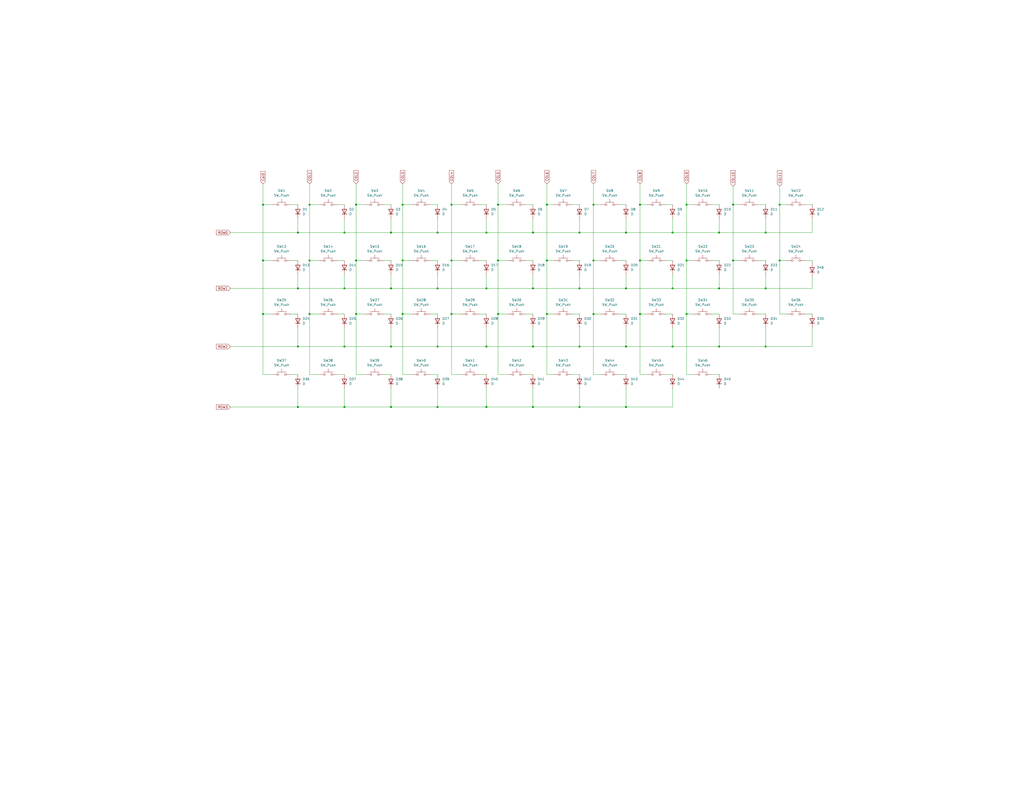
<source format=kicad_sch>
(kicad_sch (version 20250114) (generator "eeschema") (generator_version "9.0")
  (paper "C")
  (lib_symbols
    (symbol "Device:D" (pin_numbers (hide yes)) (pin_names (offset 1.016) (hide yes))
      (property "Reference" "D" (at 0 2.54 0))
      (property "Value" "D" (at 0 -2.54 0))
      (symbol "D_0_1"
        (polyline (pts (xy -1.27 1.27) (xy -1.27 -1.27)) (stroke (width 0.254)))
        (polyline (pts (xy 1.27 1.27) (xy 1.27 -1.27) (xy -1.27 0) (xy 1.27 1.27)) (stroke (width 0.254)))
        (polyline (pts (xy 1.27 0) (xy -1.27 0)))
      )
      (symbol "D_1_1"
        (pin passive line (at -3.81 0 0) (length 2.54) (name "K") (number "1"))
        (pin passive line (at 3.81 0 180) (length 2.54) (name "A") (number "2"))
      )
    )
    (symbol "Switch:SW_Push" (pin_numbers (hide yes)) (pin_names (offset 1.016) (hide yes))
      (property "Reference" "SW" (at 1.27 2.54 0))
      (property "Value" "SW_Push" (at 0 -1.524 0))
      (symbol "SW_Push_0_1"
        (circle (center -2.032 0) (radius 0.508))
        (polyline (pts (xy 0 1.27) (xy 0 3.048)))
        (circle (center 2.032 0) (radius 0.508))
        (polyline (pts (xy 2.54 1.27) (xy -2.54 1.27)))
        (pin passive line (at -5.08 0 0) (length 2.54) (name "1") (number "1"))
        (pin passive line (at 5.08 0 180) (length 2.54) (name "2") (number "2"))
      )
    )
  )
  (junction (at 349.25 111.76))
  (junction (at 238.76 222.25))
  (junction (at 162.56 222.25))
  (junction (at 298.45 111.76))
  (junction (at 246.38 111.76))
  (junction (at 162.56 127))
  (junction (at 238.76 127))
  (junction (at 271.78 171.45))
  (junction (at 238.76 189.23))
  (junction (at 417.83 189.23))
  (junction (at 162.56 189.23))
  (junction (at 213.36 189.23))
  (junction (at 316.23 127))
  (junction (at 417.83 157.48))
  (junction (at 143.51 142.24))
  (junction (at 341.63 189.23))
  (junction (at 187.96 189.23))
  (junction (at 323.85 111.76))
  (junction (at 290.83 189.23))
  (junction (at 219.71 111.76))
  (junction (at 213.36 222.25))
  (junction (at 246.38 171.45))
  (junction (at 367.03 189.23))
  (junction (at 194.31 111.76))
  (junction (at 213.36 127))
  (junction (at 349.25 171.45))
  (junction (at 265.43 127))
  (junction (at 143.51 171.45))
  (junction (at 219.71 171.45))
  (junction (at 341.63 157.48))
  (junction (at 194.31 142.24))
  (junction (at 417.83 127))
  (junction (at 400.05 142.24))
  (junction (at 219.71 142.24))
  (junction (at 392.43 127))
  (junction (at 316.23 157.48))
  (junction (at 168.91 171.45))
  (junction (at 341.63 222.25))
  (junction (at 298.45 142.24))
  (junction (at 265.43 157.48))
  (junction (at 271.78 111.76))
  (junction (at 290.83 222.25))
  (junction (at 187.96 222.25))
  (junction (at 143.51 111.76))
  (junction (at 392.43 157.48))
  (junction (at 238.76 157.48))
  (junction (at 187.96 127))
  (junction (at 341.63 127))
  (junction (at 290.83 157.48))
  (junction (at 374.65 142.24))
  (junction (at 392.43 189.23))
  (junction (at 271.78 142.24))
  (junction (at 168.91 142.24))
  (junction (at 213.36 157.48))
  (junction (at 162.56 157.48))
  (junction (at 298.45 171.45))
  (junction (at 265.43 189.23))
  (junction (at 187.96 157.48))
  (junction (at 290.83 127))
  (junction (at 323.85 142.24))
  (junction (at 425.45 111.76))
  (junction (at 265.43 222.25))
  (junction (at 367.03 157.48))
  (junction (at 374.65 171.45))
  (junction (at 194.31 171.45))
  (junction (at 374.65 111.76))
  (junction (at 246.38 142.24))
  (junction (at 168.91 111.76))
  (junction (at 425.45 142.24))
  (junction (at 367.03 127))
  (junction (at 316.23 222.25))
  (junction (at 316.23 189.23))
  (junction (at 349.25 142.24))
  (junction (at 323.85 171.45))
  (junction (at 400.05 111.76))
  (wire (pts (xy 378.46 204.47) (xy 374.65 204.47)))
  (wire (pts (xy 168.91 142.24) (xy 168.91 171.45)))
  (wire (pts (xy 287.02 111.76) (xy 290.83 111.76)))
  (wire (pts (xy 367.03 179.07) (xy 367.03 189.23)))
  (wire (pts (xy 316.23 189.23) (xy 290.83 189.23)))
  (wire (pts (xy 439.42 111.76) (xy 443.23 111.76)))
  (wire (pts (xy 425.45 111.76) (xy 425.45 101.6)))
  (wire (pts (xy 162.56 179.07) (xy 162.56 189.23)))
  (wire (pts (xy 162.56 119.38) (xy 162.56 127)))
  (wire (pts (xy 158.75 111.76) (xy 162.56 111.76)))
  (wire (pts (xy 414.02 171.45) (xy 417.83 171.45)))
  (wire (pts (xy 388.62 171.45) (xy 392.43 171.45)))
  (wire (pts (xy 341.63 179.07) (xy 341.63 189.23)))
  (wire (pts (xy 184.15 171.45) (xy 187.96 171.45)))
  (wire (pts (xy 168.91 171.45) (xy 173.99 171.45)))
  (wire (pts (xy 219.71 111.76) (xy 219.71 100.33)))
  (wire (pts (xy 443.23 189.23) (xy 417.83 189.23)))
  (wire (pts (xy 162.56 149.86) (xy 162.56 157.48)))
  (wire (pts (xy 271.78 171.45) (xy 271.78 142.24)))
  (wire (pts (xy 316.23 119.38) (xy 316.23 127)))
  (wire (pts (xy 323.85 171.45) (xy 323.85 142.24)))
  (wire (pts (xy 425.45 171.45) (xy 425.45 142.24)))
  (wire (pts (xy 363.22 204.47) (xy 367.03 204.47)))
  (wire (pts (xy 374.65 171.45) (xy 378.46 171.45)))
  (wire (pts (xy 265.43 222.25) (xy 238.76 222.25)))
  (wire (pts (xy 316.23 127) (xy 341.63 127)))
  (wire (pts (xy 261.62 142.24) (xy 265.43 142.24)))
  (wire (pts (xy 443.23 179.07) (xy 443.23 189.23)))
  (wire (pts (xy 341.63 212.09) (xy 341.63 222.25)))
  (wire (pts (xy 374.65 204.47) (xy 374.65 171.45)))
  (wire (pts (xy 290.83 189.23) (xy 265.43 189.23)))
  (wire (pts (xy 194.31 204.47) (xy 194.31 171.45)))
  (wire (pts (xy 327.66 204.47) (xy 323.85 204.47)))
  (wire (pts (xy 363.22 111.76) (xy 367.03 111.76)))
  (wire (pts (xy 392.43 127) (xy 417.83 127)))
  (wire (pts (xy 349.25 111.76) (xy 349.25 100.33)))
  (wire (pts (xy 219.71 171.45) (xy 224.79 171.45)))
  (wire (pts (xy 298.45 111.76) (xy 302.26 111.76)))
  (wire (pts (xy 400.05 111.76) (xy 400.05 101.6)))
  (wire (pts (xy 219.71 171.45) (xy 219.71 142.24)))
  (wire (pts (xy 337.82 204.47) (xy 341.63 204.47)))
  (wire (pts (xy 271.78 111.76) (xy 271.78 100.33)))
  (wire (pts (xy 323.85 111.76) (xy 323.85 100.33)))
  (wire (pts (xy 209.55 171.45) (xy 213.36 171.45)))
  (wire (pts (xy 125.73 127) (xy 162.56 127)))
  (wire (pts (xy 374.65 142.24) (xy 374.65 111.76)))
  (wire (pts (xy 213.36 189.23) (xy 187.96 189.23)))
  (wire (pts (xy 246.38 171.45) (xy 246.38 142.24)))
  (wire (pts (xy 290.83 119.38) (xy 290.83 127)))
  (wire (pts (xy 168.91 111.76) (xy 168.91 142.24)))
  (wire (pts (xy 162.56 127) (xy 187.96 127)))
  (wire (pts (xy 298.45 111.76) (xy 298.45 100.33)))
  (wire (pts (xy 143.51 204.47) (xy 148.59 204.47)))
  (wire (pts (xy 400.05 142.24) (xy 400.05 111.76)))
  (wire (pts (xy 349.25 142.24) (xy 349.25 111.76)))
  (wire (pts (xy 417.83 149.86) (xy 417.83 157.48)))
  (wire (pts (xy 316.23 149.86) (xy 316.23 157.48)))
  (wire (pts (xy 349.25 142.24) (xy 353.06 142.24)))
  (wire (pts (xy 234.95 111.76) (xy 238.76 111.76)))
  (wire (pts (xy 400.05 142.24) (xy 403.86 142.24)))
  (wire (pts (xy 143.51 100.33) (xy 143.51 111.76)))
  (wire (pts (xy 392.43 157.48) (xy 367.03 157.48)))
  (wire (pts (xy 439.42 171.45) (xy 443.23 171.45)))
  (wire (pts (xy 363.22 171.45) (xy 367.03 171.45)))
  (wire (pts (xy 143.51 171.45) (xy 143.51 204.47)))
  (wire (pts (xy 388.62 204.47) (xy 392.43 204.47)))
  (wire (pts (xy 213.36 179.07) (xy 213.36 189.23)))
  (wire (pts (xy 367.03 149.86) (xy 367.03 157.48)))
  (wire (pts (xy 417.83 189.23) (xy 392.43 189.23)))
  (wire (pts (xy 143.51 111.76) (xy 143.51 142.24)))
  (wire (pts (xy 234.95 142.24) (xy 238.76 142.24)))
  (wire (pts (xy 168.91 111.76) (xy 173.99 111.76)))
  (wire (pts (xy 168.91 142.24) (xy 173.99 142.24)))
  (wire (pts (xy 213.36 119.38) (xy 213.36 127)))
  (wire (pts (xy 271.78 171.45) (xy 276.86 171.45)))
  (wire (pts (xy 271.78 111.76) (xy 276.86 111.76)))
  (wire (pts (xy 158.75 204.47) (xy 162.56 204.47)))
  (wire (pts (xy 143.51 142.24) (xy 143.51 171.45)))
  (wire (pts (xy 194.31 111.76) (xy 199.39 111.76)))
  (wire (pts (xy 168.91 204.47) (xy 173.99 204.47)))
  (wire (pts (xy 388.62 111.76) (xy 392.43 111.76)))
  (wire (pts (xy 246.38 171.45) (xy 251.46 171.45)))
  (wire (pts (xy 323.85 142.24) (xy 327.66 142.24)))
  (wire (pts (xy 367.03 222.25) (xy 341.63 222.25)))
  (wire (pts (xy 187.96 157.48) (xy 162.56 157.48)))
  (wire (pts (xy 341.63 189.23) (xy 316.23 189.23)))
  (wire (pts (xy 417.83 127) (xy 443.23 127)))
  (wire (pts (xy 219.71 111.76) (xy 224.79 111.76)))
  (wire (pts (xy 265.43 157.48) (xy 238.76 157.48)))
  (wire (pts (xy 316.23 222.25) (xy 290.83 222.25)))
  (wire (pts (xy 298.45 204.47) (xy 298.45 171.45)))
  (wire (pts (xy 238.76 179.07) (xy 238.76 189.23)))
  (wire (pts (xy 194.31 142.24) (xy 199.39 142.24)))
  (wire (pts (xy 337.82 171.45) (xy 341.63 171.45)))
  (wire (pts (xy 374.65 111.76) (xy 378.46 111.76)))
  (wire (pts (xy 316.23 212.09) (xy 316.23 222.25)))
  (wire (pts (xy 238.76 127) (xy 265.43 127)))
  (wire (pts (xy 265.43 179.07) (xy 265.43 189.23)))
  (wire (pts (xy 251.46 204.47) (xy 246.38 204.47)))
  (wire (pts (xy 246.38 142.24) (xy 251.46 142.24)))
  (wire (pts (xy 374.65 142.24) (xy 378.46 142.24)))
  (wire (pts (xy 224.79 204.47) (xy 219.71 204.47)))
  (wire (pts (xy 337.82 142.24) (xy 341.63 142.24)))
  (wire (pts (xy 143.51 142.24) (xy 148.59 142.24)))
  (wire (pts (xy 199.39 204.47) (xy 194.31 204.47)))
  (wire (pts (xy 238.76 189.23) (xy 213.36 189.23)))
  (wire (pts (xy 287.02 171.45) (xy 290.83 171.45)))
  (wire (pts (xy 403.86 171.45) (xy 400.05 171.45)))
  (wire (pts (xy 143.51 171.45) (xy 148.59 171.45)))
  (wire (pts (xy 187.96 149.86) (xy 187.96 157.48)))
  (wire (pts (xy 234.95 204.47) (xy 238.76 204.47)))
  (wire (pts (xy 290.83 212.09) (xy 290.83 222.25)))
  (wire (pts (xy 158.75 142.24) (xy 162.56 142.24)))
  (wire (pts (xy 213.36 212.09) (xy 213.36 222.25)))
  (wire (pts (xy 374.65 111.76) (xy 374.65 100.33)))
  (wire (pts (xy 213.36 157.48) (xy 187.96 157.48)))
  (wire (pts (xy 417.83 179.07) (xy 417.83 189.23)))
  (wire (pts (xy 417.83 119.38) (xy 417.83 127)))
  (wire (pts (xy 238.76 149.86) (xy 238.76 157.48)))
  (wire (pts (xy 162.56 157.48) (xy 125.73 157.48)))
  (wire (pts (xy 265.43 119.38) (xy 265.43 127)))
  (wire (pts (xy 271.78 142.24) (xy 276.86 142.24)))
  (wire (pts (xy 290.83 157.48) (xy 265.43 157.48)))
  (wire (pts (xy 439.42 142.24) (xy 443.23 142.24)))
  (wire (pts (xy 323.85 204.47) (xy 323.85 171.45)))
  (wire (pts (xy 246.38 111.76) (xy 251.46 111.76)))
  (wire (pts (xy 213.36 149.86) (xy 213.36 157.48)))
  (wire (pts (xy 219.71 142.24) (xy 219.71 111.76)))
  (wire (pts (xy 298.45 171.45) (xy 302.26 171.45)))
  (wire (pts (xy 349.25 171.45) (xy 353.06 171.45)))
  (wire (pts (xy 341.63 222.25) (xy 316.23 222.25)))
  (wire (pts (xy 158.75 171.45) (xy 162.56 171.45)))
  (wire (pts (xy 367.03 212.09) (xy 367.03 222.25)))
  (wire (pts (xy 184.15 111.76) (xy 187.96 111.76)))
  (wire (pts (xy 238.76 119.38) (xy 238.76 127)))
  (wire (pts (xy 168.91 171.45) (xy 168.91 204.47)))
  (wire (pts (xy 400.05 171.45) (xy 400.05 142.24)))
  (wire (pts (xy 392.43 149.86) (xy 392.43 157.48)))
  (wire (pts (xy 209.55 204.47) (xy 213.36 204.47)))
  (wire (pts (xy 265.43 212.09) (xy 265.43 222.25)))
  (wire (pts (xy 194.31 111.76) (xy 194.31 100.33)))
  (wire (pts (xy 271.78 142.24) (xy 271.78 111.76)))
  (wire (pts (xy 265.43 189.23) (xy 238.76 189.23)))
  (wire (pts (xy 425.45 111.76) (xy 429.26 111.76)))
  (wire (pts (xy 162.56 189.23) (xy 125.73 189.23)))
  (wire (pts (xy 213.36 222.25) (xy 187.96 222.25)))
  (wire (pts (xy 238.76 157.48) (xy 213.36 157.48)))
  (wire (pts (xy 187.96 127) (xy 213.36 127)))
  (wire (pts (xy 312.42 171.45) (xy 316.23 171.45)))
  (wire (pts (xy 443.23 142.24) (xy 443.23 143.51)))
  (wire (pts (xy 349.25 111.76) (xy 353.06 111.76)))
  (wire (pts (xy 213.36 127) (xy 238.76 127)))
  (wire (pts (xy 184.15 142.24) (xy 187.96 142.24)))
  (wire (pts (xy 341.63 127) (xy 367.03 127)))
  (wire (pts (xy 187.96 222.25) (xy 162.56 222.25)))
  (wire (pts (xy 276.86 204.47) (xy 271.78 204.47)))
  (wire (pts (xy 265.43 149.86) (xy 265.43 157.48)))
  (wire (pts (xy 323.85 111.76) (xy 327.66 111.76)))
  (wire (pts (xy 349.25 171.45) (xy 349.25 142.24)))
  (wire (pts (xy 392.43 179.07) (xy 392.43 189.23)))
  (wire (pts (xy 184.15 204.47) (xy 187.96 204.47)))
  (wire (pts (xy 400.05 111.76) (xy 403.86 111.76)))
  (wire (pts (xy 194.31 142.24) (xy 194.31 111.76)))
  (wire (pts (xy 316.23 157.48) (xy 290.83 157.48)))
  (wire (pts (xy 414.02 142.24) (xy 417.83 142.24)))
  (wire (pts (xy 246.38 142.24) (xy 246.38 111.76)))
  (wire (pts (xy 341.63 119.38) (xy 341.63 127)))
  (wire (pts (xy 417.83 157.48) (xy 392.43 157.48)))
  (wire (pts (xy 392.43 119.38) (xy 392.43 127)))
  (wire (pts (xy 238.76 212.09) (xy 238.76 222.25)))
  (wire (pts (xy 392.43 189.23) (xy 367.03 189.23)))
  (wire (pts (xy 367.03 119.38) (xy 367.03 127)))
  (wire (pts (xy 337.82 111.76) (xy 341.63 111.76)))
  (wire (pts (xy 187.96 212.09) (xy 187.96 222.25)))
  (wire (pts (xy 312.42 142.24) (xy 316.23 142.24)))
  (wire (pts (xy 290.83 179.07) (xy 290.83 189.23)))
  (wire (pts (xy 261.62 111.76) (xy 265.43 111.76)))
  (wire (pts (xy 367.03 127) (xy 392.43 127)))
  (wire (pts (xy 388.62 142.24) (xy 392.43 142.24)))
  (wire (pts (xy 290.83 127) (xy 316.23 127)))
  (wire (pts (xy 323.85 171.45) (xy 327.66 171.45)))
  (wire (pts (xy 312.42 111.76) (xy 316.23 111.76)))
  (wire (pts (xy 143.51 111.76) (xy 148.59 111.76)))
  (wire (pts (xy 261.62 204.47) (xy 265.43 204.47)))
  (wire (pts (xy 187.96 179.07) (xy 187.96 189.23)))
  (wire (pts (xy 443.23 157.48) (xy 417.83 157.48)))
  (wire (pts (xy 209.55 142.24) (xy 213.36 142.24)))
  (wire (pts (xy 349.25 204.47) (xy 349.25 171.45)))
  (wire (pts (xy 429.26 171.45) (xy 425.45 171.45)))
  (wire (pts (xy 341.63 149.86) (xy 341.63 157.48)))
  (wire (pts (xy 290.83 149.86) (xy 290.83 157.48)))
  (wire (pts (xy 341.63 157.48) (xy 316.23 157.48)))
  (wire (pts (xy 194.31 171.45) (xy 194.31 142.24)))
  (wire (pts (xy 367.03 157.48) (xy 341.63 157.48)))
  (wire (pts (xy 425.45 142.24) (xy 425.45 111.76)))
  (wire (pts (xy 246.38 204.47) (xy 246.38 171.45)))
  (wire (pts (xy 271.78 204.47) (xy 271.78 171.45)))
  (wire (pts (xy 162.56 222.25) (xy 125.73 222.25)))
  (wire (pts (xy 298.45 142.24) (xy 302.26 142.24)))
  (wire (pts (xy 443.23 119.38) (xy 443.23 127)))
  (wire (pts (xy 261.62 171.45) (xy 265.43 171.45)))
  (wire (pts (xy 187.96 189.23) (xy 162.56 189.23)))
  (wire (pts (xy 234.95 171.45) (xy 238.76 171.45)))
  (wire (pts (xy 287.02 204.47) (xy 290.83 204.47)))
  (wire (pts (xy 298.45 142.24) (xy 298.45 111.76)))
  (wire (pts (xy 290.83 222.25) (xy 265.43 222.25)))
  (wire (pts (xy 443.23 151.13) (xy 443.23 157.48)))
  (wire (pts (xy 363.22 142.24) (xy 367.03 142.24)))
  (wire (pts (xy 209.55 111.76) (xy 213.36 111.76)))
  (wire (pts (xy 367.03 189.23) (xy 341.63 189.23)))
  (wire (pts (xy 323.85 142.24) (xy 323.85 111.76)))
  (wire (pts (xy 238.76 222.25) (xy 213.36 222.25)))
  (wire (pts (xy 316.23 179.07) (xy 316.23 189.23)))
  (wire (pts (xy 168.91 100.33) (xy 168.91 111.76)))
  (wire (pts (xy 425.45 142.24) (xy 429.26 142.24)))
  (wire (pts (xy 302.26 204.47) (xy 298.45 204.47)))
  (wire (pts (xy 265.43 127) (xy 290.83 127)))
  (wire (pts (xy 219.71 142.24) (xy 224.79 142.24)))
  (wire (pts (xy 414.02 111.76) (xy 417.83 111.76)))
  (wire (pts (xy 187.96 119.38) (xy 187.96 127)))
  (wire (pts (xy 287.02 142.24) (xy 290.83 142.24)))
  (wire (pts (xy 219.71 204.47) (xy 219.71 171.45)))
  (wire (pts (xy 162.56 212.09) (xy 162.56 222.25)))
  (wire (pts (xy 298.45 171.45) (xy 298.45 142.24)))
  (wire (pts (xy 312.42 204.47) (xy 316.23 204.47)))
  (wire (pts (xy 353.06 204.47) (xy 349.25 204.47)))
  (wire (pts (xy 374.65 171.45) (xy 374.65 142.24)))
  (wire (pts (xy 246.38 111.76) (xy 246.38 100.33)))
  (wire (pts (xy 194.31 171.45) (xy 199.39 171.45)))
  (global_label "COL3" (shape input) (at 219.71 100.33 90) (property "Intersheetrefs" "${INTERSHEET_REFS}" (effects (hide yes))))
  (global_label "ROW2" (shape input) (at 125.73 189.23 180) (property "Intersheetrefs" "${INTERSHEET_REFS}" (effects (hide yes))))
  (global_label "COL5" (shape input) (at 271.78 100.33 90) (property "Intersheetrefs" "${INTERSHEET_REFS}" (effects (hide yes))))
  (global_label "COL6" (shape input) (at 298.45 100.33 90) (property "Intersheetrefs" "${INTERSHEET_REFS}" (effects (hide yes))))
  (global_label "COL8" (shape input) (at 349.25 100.33 90) (property "Intersheetrefs" "${INTERSHEET_REFS}" (effects (hide yes))))
  (global_label "COL4" (shape input) (at 246.38 100.33 90) (property "Intersheetrefs" "${INTERSHEET_REFS}" (effects (hide yes))))
  (global_label "COL1" (shape input) (at 168.91 100.33 90) (property "Intersheetrefs" "${INTERSHEET_REFS}" (effects (hide yes))))
  (global_label "ROW0" (shape input) (at 125.73 127 180) (property "Intersheetrefs" "${INTERSHEET_REFS}" (effects (hide yes))))
  (global_label "ROW1" (shape input) (at 125.73 157.48 180) (property "Intersheetrefs" "${INTERSHEET_REFS}" (effects (hide yes))))
  (global_label "COL2" (shape input) (at 194.31 100.33 90) (property "Intersheetrefs" "${INTERSHEET_REFS}" (effects (hide yes))))
  (global_label "COL11" (shape input) (at 425.45 101.6 90) (property "Intersheetrefs" "${INTERSHEET_REFS}" (effects (hide yes))))
  (global_label "ROW3" (shape input) (at 125.73 222.25 180) (property "Intersheetrefs" "${INTERSHEET_REFS}" (effects (hide yes))))
  (global_label "COL9" (shape input) (at 374.65 100.33 90) (property "Intersheetrefs" "${INTERSHEET_REFS}" (effects (hide yes))))
  (global_label "COL10" (shape input) (at 400.05 101.6 90) (property "Intersheetrefs" "${INTERSHEET_REFS}" (effects (hide yes))))
  (global_label "Col0" (shape input) (at 143.51 100.33 90) (property "Intersheetrefs" "${INTERSHEET_REFS}" (effects (hide yes))))
  (global_label "COL7" (shape input) (at 323.85 100.33 90) (property "Intersheetrefs" "${INTERSHEET_REFS}" (effects (hide yes))))
  (symbol (lib_id "Device:D") (at 213.36 175.26 90) (unit 1)
    (property "Reference" "D26" (at 215.9 173.9899 90) (effects (justify right)))
    (property "Value" "D" (at 215.9 176.5299 90) (effects (justify right)))
    (property "Footprint" "Diode_SMD:D_0201_0603Metric" (effects (hide yes)))
    (property "Description" "Diode" (effects (hide yes)))
    (property "Sim.Device" "D" (effects (hide yes)))
    (property "Sim.Pins" "1=K 2=A" (effects (hide yes)))
  )
  (symbol (lib_id "Switch:SW_Push") (at 281.94 111.76 0) (unit 1)
    (property "Reference" "SW6" (at 281.94 104.14 0))
    (property "Value" "SW_Push" (at 281.94 106.68 0))
    (property "Footprint" "MX_Solderable:MX-Solderable-1U" (effects (hide yes)))
    (property "Description" "Push button switch, generic, two pins" (effects (hide yes)))
  )
  (symbol (lib_id "Device:D") (at 367.03 175.26 90) (unit 1)
    (property "Reference" "D32" (at 369.57 173.9899 90) (effects (justify right)))
    (property "Value" "D" (at 369.57 176.5299 90) (effects (justify right)))
    (property "Footprint" "Diode_SMD:D_0201_0603Metric" (effects (hide yes)))
    (property "Description" "Diode" (effects (hide yes)))
    (property "Sim.Device" "D" (effects (hide yes)))
    (property "Sim.Pins" "1=K 2=A" (effects (hide yes)))
  )
  (symbol (lib_id "Switch:SW_Push") (at 179.07 142.24 0) (unit 1)
    (property "Reference" "SW14" (at 179.07 134.62 0))
    (property "Value" "SW_Push" (at 179.07 137.16 0))
    (property "Footprint" "MX_Solderable:MX-Solderable-1U" (effects (hide yes)))
    (property "Description" "Push button switch, generic, two pins" (effects (hide yes)))
  )
  (symbol (lib_id "Device:D") (at 162.56 175.26 90) (unit 1)
    (property "Reference" "D24" (at 165.1 173.9899 90) (effects (justify right)))
    (property "Value" "D" (at 165.1 176.5299 90) (effects (justify right)))
    (property "Footprint" "Diode_SMD:D_0201_0603Metric" (effects (hide yes)))
    (property "Description" "Diode" (effects (hide yes)))
    (property "Sim.Device" "D" (effects (hide yes)))
    (property "Sim.Pins" "1=K 2=A" (effects (hide yes)))
  )
  (symbol (lib_id "Device:D") (at 265.43 175.26 90) (unit 1)
    (property "Reference" "D28" (at 267.97 173.9899 90) (effects (justify right)))
    (property "Value" "D" (at 267.97 176.5299 90) (effects (justify right)))
    (property "Footprint" "Diode_SMD:D_0201_0603Metric" (effects (hide yes)))
    (property "Description" "Diode" (effects (hide yes)))
    (property "Sim.Device" "D" (effects (hide yes)))
    (property "Sim.Pins" "1=K 2=A" (effects (hide yes)))
  )
  (symbol (lib_id "Device:D") (at 392.43 208.28 90) (unit 1)
    (property "Reference" "D45" (at 394.97 207.0099 90) (effects (justify right)))
    (property "Value" "D" (at 394.97 209.5499 90) (effects (justify right)))
    (property "Footprint" "Diode_SMD:D_0201_0603Metric" (effects (hide yes)))
    (property "Description" "Diode" (effects (hide yes)))
    (property "Sim.Device" "D" (effects (hide yes)))
    (property "Sim.Pins" "1=K 2=A" (effects (hide yes)))
  )
  (symbol (lib_id "Switch:SW_Push") (at 408.94 171.45 0) (unit 1)
    (property "Reference" "SW35" (at 408.94 163.83 0))
    (property "Value" "SW_Push" (at 408.94 166.37 0))
    (property "Footprint" "MX_Solderable:MX-Solderable-1U" (effects (hide yes)))
    (property "Description" "Push button switch, generic, two pins" (effects (hide yes)))
  )
  (symbol (lib_id "Device:D") (at 238.76 146.05 90) (unit 1)
    (property "Reference" "D16" (at 241.3 144.7799 90) (effects (justify right)))
    (property "Value" "D" (at 241.3 147.3199 90) (effects (justify right)))
    (property "Footprint" "Diode_SMD:D_0201_0603Metric" (effects (hide yes)))
    (property "Description" "Diode" (effects (hide yes)))
    (property "Sim.Device" "D" (effects (hide yes)))
    (property "Sim.Pins" "1=K 2=A" (effects (hide yes)))
  )
  (symbol (lib_id "Switch:SW_Push") (at 281.94 171.45 0) (unit 1)
    (property "Reference" "SW30" (at 281.94 163.83 0))
    (property "Value" "SW_Push" (at 281.94 166.37 0))
    (property "Footprint" "MX_Solderable:MX-Solderable-1U" (effects (hide yes)))
    (property "Description" "Push button switch, generic, two pins" (effects (hide yes)))
  )
  (symbol (lib_id "Device:D") (at 316.23 208.28 90) (unit 1)
    (property "Reference" "D42" (at 318.77 207.0099 90) (effects (justify right)))
    (property "Value" "D" (at 318.77 209.5499 90) (effects (justify right)))
    (property "Footprint" "Diode_SMD:D_0201_0603Metric" (effects (hide yes)))
    (property "Description" "Diode" (effects (hide yes)))
    (property "Sim.Device" "D" (effects (hide yes)))
    (property "Sim.Pins" "1=K 2=A" (effects (hide yes)))
  )
  (symbol (lib_id "Device:D") (at 187.96 175.26 90) (unit 1)
    (property "Reference" "D25" (at 190.5 173.9899 90) (effects (justify right)))
    (property "Value" "D" (at 190.5 176.5299 90) (effects (justify right)))
    (property "Footprint" "Diode_SMD:D_0201_0603Metric" (effects (hide yes)))
    (property "Description" "Diode" (effects (hide yes)))
    (property "Sim.Device" "D" (effects (hide yes)))
    (property "Sim.Pins" "1=K 2=A" (effects (hide yes)))
  )
  (symbol (lib_id "Device:D") (at 392.43 175.26 90) (unit 1)
    (property "Reference" "D33" (at 394.97 173.9899 90) (effects (justify right)))
    (property "Value" "D" (at 394.97 176.5299 90) (effects (justify right)))
    (property "Footprint" "Diode_SMD:D_0201_0603Metric" (effects (hide yes)))
    (property "Description" "Diode" (effects (hide yes)))
    (property "Sim.Device" "D" (effects (hide yes)))
    (property "Sim.Pins" "1=K 2=A" (effects (hide yes)))
  )
  (symbol (lib_id "Switch:SW_Push") (at 332.74 204.47 0) (unit 1)
    (property "Reference" "SW44" (at 332.74 196.85 0))
    (property "Value" "SW_Push" (at 332.74 199.39 0))
    (property "Footprint" "MX_Solderable:MX-Solderable-1U" (effects (hide yes)))
    (property "Description" "Push button switch, generic, two pins" (effects (hide yes)))
  )
  (symbol (lib_id "Switch:SW_Push") (at 281.94 142.24 0) (unit 1)
    (property "Reference" "SW18" (at 281.94 134.62 0))
    (property "Value" "SW_Push" (at 281.94 137.16 0))
    (property "Footprint" "MX_Solderable:MX-Solderable-1U" (effects (hide yes)))
    (property "Description" "Push button switch, generic, two pins" (effects (hide yes)))
  )
  (symbol (lib_id "Device:D") (at 417.83 146.05 90) (unit 1)
    (property "Reference" "D23" (at 420.37 144.7799 90) (effects (justify right)))
    (property "Value" "D" (at 420.37 147.3199 90) (effects (justify right)))
    (property "Footprint" "Diode_SMD:D_0201_0603Metric" (effects (hide yes)))
    (property "Description" "Diode" (effects (hide yes)))
    (property "Sim.Device" "D" (effects (hide yes)))
    (property "Sim.Pins" "1=K 2=A" (effects (hide yes)))
  )
  (symbol (lib_id "Device:D") (at 213.36 115.57 90) (unit 1)
    (property "Reference" "D3" (at 215.9 114.2999 90) (effects (justify right)))
    (property "Value" "D" (at 215.9 116.8399 90) (effects (justify right)))
    (property "Footprint" "Diode_SMD:D_0201_0603Metric" (effects (hide yes)))
    (property "Description" "Diode" (effects (hide yes)))
    (property "Sim.Device" "D" (effects (hide yes)))
    (property "Sim.Pins" "1=K 2=A" (effects (hide yes)))
  )
  (symbol (lib_id "Device:D") (at 265.43 208.28 90) (unit 1)
    (property "Reference" "D40" (at 267.97 207.0099 90) (effects (justify right)))
    (property "Value" "D" (at 267.97 209.5499 90) (effects (justify right)))
    (property "Footprint" "Diode_SMD:D_0201_0603Metric" (effects (hide yes)))
    (property "Description" "Diode" (effects (hide yes)))
    (property "Sim.Device" "D" (effects (hide yes)))
    (property "Sim.Pins" "1=K 2=A" (effects (hide yes)))
  )
  (symbol (lib_id "Device:D") (at 341.63 175.26 90) (unit 1)
    (property "Reference" "D31" (at 344.17 173.9899 90) (effects (justify right)))
    (property "Value" "D" (at 344.17 176.5299 90) (effects (justify right)))
    (property "Footprint" "Diode_SMD:D_0201_0603Metric" (effects (hide yes)))
    (property "Description" "Diode" (effects (hide yes)))
    (property "Sim.Device" "D" (effects (hide yes)))
    (property "Sim.Pins" "1=K 2=A" (effects (hide yes)))
  )
  (symbol (lib_id "Switch:SW_Push") (at 307.34 171.45 0) (unit 1)
    (property "Reference" "SW31" (at 307.34 163.83 0))
    (property "Value" "SW_Push" (at 307.34 166.37 0))
    (property "Footprint" "MX_Solderable:MX-Solderable-1U" (effects (hide yes)))
    (property "Description" "Push button switch, generic, two pins" (effects (hide yes)))
  )
  (symbol (lib_id "Device:D") (at 290.83 146.05 90) (unit 1)
    (property "Reference" "D18" (at 293.37 144.7799 90) (effects (justify right)))
    (property "Value" "D" (at 293.37 147.3199 90) (effects (justify right)))
    (property "Footprint" "Diode_SMD:D_0201_0603Metric" (effects (hide yes)))
    (property "Description" "Diode" (effects (hide yes)))
    (property "Sim.Device" "D" (effects (hide yes)))
    (property "Sim.Pins" "1=K 2=A" (effects (hide yes)))
  )
  (symbol (lib_id "Device:D") (at 316.23 175.26 90) (unit 1)
    (property "Reference" "D30" (at 318.77 173.9899 90) (effects (justify right)))
    (property "Value" "D" (at 318.77 176.5299 90) (effects (justify right)))
    (property "Footprint" "Diode_SMD:D_0201_0603Metric" (effects (hide yes)))
    (property "Description" "Diode" (effects (hide yes)))
    (property "Sim.Device" "D" (effects (hide yes)))
    (property "Sim.Pins" "1=K 2=A" (effects (hide yes)))
  )
  (symbol (lib_id "Switch:SW_Push") (at 229.87 142.24 0) (unit 1)
    (property "Reference" "SW16" (at 229.87 134.62 0))
    (property "Value" "SW_Push" (at 229.87 137.16 0))
    (property "Footprint" "MX_Solderable:MX-Solderable-1U" (effects (hide yes)))
    (property "Description" "Push button switch, generic, two pins" (effects (hide yes)))
  )
  (symbol (lib_id "Device:D") (at 187.96 115.57 90) (unit 1)
    (property "Reference" "D2" (at 190.5 114.2999 90) (effects (justify right)))
    (property "Value" "D" (at 190.5 116.8399 90) (effects (justify right)))
    (property "Footprint" "Diode_SMD:D_0201_0603Metric" (effects (hide yes)))
    (property "Description" "Diode" (effects (hide yes)))
    (property "Sim.Device" "D" (effects (hide yes)))
    (property "Sim.Pins" "1=K 2=A" (effects (hide yes)))
  )
  (symbol (lib_id "Switch:SW_Push") (at 204.47 171.45 0) (unit 1)
    (property "Reference" "SW27" (at 204.47 163.83 0))
    (property "Value" "SW_Push" (at 204.47 166.37 0))
    (property "Footprint" "MX_Solderable:MX-Solderable-1U" (effects (hide yes)))
    (property "Description" "Push button switch, generic, two pins" (effects (hide yes)))
  )
  (symbol (lib_id "Switch:SW_Push") (at 358.14 204.47 0) (unit 1)
    (property "Reference" "SW45" (at 358.14 196.85 0))
    (property "Value" "SW_Push" (at 358.14 199.39 0))
    (property "Footprint" "MX_Solderable:MX-Solderable-1U" (effects (hide yes)))
    (property "Description" "Push button switch, generic, two pins" (effects (hide yes)))
  )
  (symbol (lib_id "Switch:SW_Push") (at 179.07 111.76 0) (unit 1)
    (property "Reference" "SW2" (at 179.07 104.14 0))
    (property "Value" "SW_Push" (at 179.07 106.68 0))
    (property "Footprint" "MX_Solderable:MX-Solderable-1U" (effects (hide yes)))
    (property "Description" "Push button switch, generic, two pins" (effects (hide yes)))
  )
  (symbol (lib_id "Switch:SW_Push") (at 204.47 111.76 0) (unit 1)
    (property "Reference" "SW3" (at 204.47 104.14 0))
    (property "Value" "SW_Push" (at 204.47 106.68 0))
    (property "Footprint" "MX_Solderable:MX-Solderable-1U" (effects (hide yes)))
    (property "Description" "Push button switch, generic, two pins" (effects (hide yes)))
  )
  (symbol (lib_id "Device:D") (at 265.43 146.05 90) (unit 1)
    (property "Reference" "D17" (at 267.97 144.7799 90) (effects (justify right)))
    (property "Value" "D" (at 267.97 147.3199 90) (effects (justify right)))
    (property "Footprint" "Diode_SMD:D_0201_0603Metric" (effects (hide yes)))
    (property "Description" "Diode" (effects (hide yes)))
    (property "Sim.Device" "D" (effects (hide yes)))
    (property "Sim.Pins" "1=K 2=A" (effects (hide yes)))
  )
  (symbol (lib_id "Device:D") (at 290.83 175.26 90) (unit 1)
    (property "Reference" "D29" (at 293.37 173.9899 90) (effects (justify right)))
    (property "Value" "D" (at 293.37 176.5299 90) (effects (justify right)))
    (property "Footprint" "Diode_SMD:D_0201_0603Metric" (effects (hide yes)))
    (property "Description" "Diode" (effects (hide yes)))
    (property "Sim.Device" "D" (effects (hide yes)))
    (property "Sim.Pins" "1=K 2=A" (effects (hide yes)))
  )
  (symbol (lib_id "Device:D") (at 341.63 115.57 90) (unit 1)
    (property "Reference" "D8" (at 344.17 114.2999 90) (effects (justify right)))
    (property "Value" "D" (at 344.17 116.8399 90) (effects (justify right)))
    (property "Footprint" "Diode_SMD:D_0201_0603Metric" (effects (hide yes)))
    (property "Description" "Diode" (effects (hide yes)))
    (property "Sim.Device" "D" (effects (hide yes)))
    (property "Sim.Pins" "1=K 2=A" (effects (hide yes)))
  )
  (symbol (lib_id "Switch:SW_Push") (at 153.67 111.76 0) (unit 1)
    (property "Reference" "SW1" (at 153.67 104.14 0))
    (property "Value" "SW_Push" (at 153.67 106.68 0))
    (property "Footprint" "MX_Solderable:MX-Solderable-1.5U" (effects (hide yes)))
    (property "Description" "Push button switch, generic, two pins" (effects (hide yes)))
  )
  (symbol (lib_id "Device:D") (at 316.23 146.05 90) (unit 1)
    (property "Reference" "D19" (at 318.77 144.7799 90) (effects (justify right)))
    (property "Value" "D" (at 318.77 147.3199 90) (effects (justify right)))
    (property "Footprint" "Diode_SMD:D_0201_0603Metric" (effects (hide yes)))
    (property "Description" "Diode" (effects (hide yes)))
    (property "Sim.Device" "D" (effects (hide yes)))
    (property "Sim.Pins" "1=K 2=A" (effects (hide yes)))
  )
  (symbol (lib_id "Device:D") (at 238.76 175.26 90) (unit 1)
    (property "Reference" "D27" (at 241.3 173.9899 90) (effects (justify right)))
    (property "Value" "D" (at 241.3 176.5299 90) (effects (justify right)))
    (property "Footprint" "Diode_SMD:D_0201_0603Metric" (effects (hide yes)))
    (property "Description" "Diode" (effects (hide yes)))
    (property "Sim.Device" "D" (effects (hide yes)))
    (property "Sim.Pins" "1=K 2=A" (effects (hide yes)))
  )
  (symbol (lib_id "Switch:SW_Push") (at 358.14 171.45 0) (unit 1)
    (property "Reference" "SW33" (at 358.14 163.83 0))
    (property "Value" "SW_Push" (at 358.14 166.37 0))
    (property "Footprint" "MX_Solderable:MX-Solderable-1U" (effects (hide yes)))
    (property "Description" "Push button switch, generic, two pins" (effects (hide yes)))
  )
  (symbol (lib_id "Switch:SW_Push") (at 204.47 204.47 0) (unit 1)
    (property "Reference" "SW39" (at 204.47 196.85 0))
    (property "Value" "SW_Push" (at 204.47 199.39 0))
    (property "Footprint" "MX_Solderable:MX-Solderable-1.25U" (effects (hide yes)))
    (property "Description" "Push button switch, generic, two pins" (effects (hide yes)))
  )
  (symbol (lib_id "Switch:SW_Push") (at 307.34 204.47 0) (unit 1)
    (property "Reference" "SW43" (at 307.34 196.85 0))
    (property "Value" "SW_Push" (at 307.34 199.39 0))
    (property "Footprint" "MX_Solderable:MX-Solderable-1.25U" (effects (hide yes)))
    (property "Description" "Push button switch, generic, two pins" (effects (hide yes)))
  )
  (symbol (lib_id "Switch:SW_Push") (at 204.47 142.24 0) (unit 1)
    (property "Reference" "SW15" (at 204.47 134.62 0))
    (property "Value" "SW_Push" (at 204.47 137.16 0))
    (property "Footprint" "MX_Solderable:MX-Solderable-1U" (effects (hide yes)))
    (property "Description" "Push button switch, generic, two pins" (effects (hide yes)))
  )
  (symbol (lib_id "Device:D") (at 367.03 115.57 90) (unit 1)
    (property "Reference" "D9" (at 369.57 114.2999 90) (effects (justify right)))
    (property "Value" "D" (at 369.57 116.8399 90) (effects (justify right)))
    (property "Footprint" "Diode_SMD:D_0201_0603Metric" (effects (hide yes)))
    (property "Description" "Diode" (effects (hide yes)))
    (property "Sim.Device" "D" (effects (hide yes)))
    (property "Sim.Pins" "1=K 2=A" (effects (hide yes)))
  )
  (symbol (lib_id "Device:D") (at 443.23 115.57 90) (unit 1)
    (property "Reference" "D12" (at 445.77 114.2999 90) (effects (justify right)))
    (property "Value" "D" (at 445.77 116.8399 90) (effects (justify right)))
    (property "Footprint" "Diode_SMD:D_0201_0603Metric" (effects (hide yes)))
    (property "Description" "Diode" (effects (hide yes)))
    (property "Sim.Device" "D" (effects (hide yes)))
    (property "Sim.Pins" "1=K 2=A" (effects (hide yes)))
  )
  (symbol (lib_id "Switch:SW_Push") (at 434.34 171.45 0) (unit 1)
    (property "Reference" "SW36" (at 434.34 163.83 0))
    (property "Value" "SW_Push" (at 434.34 166.37 0))
    (property "Footprint" "MX_Solderable:MX-Solderable-1U" (effects (hide yes)))
    (property "Description" "Push button switch, generic, two pins" (effects (hide yes)))
  )
  (symbol (lib_id "Switch:SW_Push") (at 256.54 142.24 0) (unit 1)
    (property "Reference" "SW17" (at 256.54 134.62 0))
    (property "Value" "SW_Push" (at 256.54 137.16 0))
    (property "Footprint" "MX_Solderable:MX-Solderable-1U" (effects (hide yes)))
    (property "Description" "Push button switch, generic, two pins" (effects (hide yes)))
  )
  (symbol (lib_id "Switch:SW_Push") (at 229.87 171.45 0) (unit 1)
    (property "Reference" "SW28" (at 229.87 163.83 0))
    (property "Value" "SW_Push" (at 229.87 166.37 0))
    (property "Footprint" "MX_Solderable:MX-Solderable-1U" (effects (hide yes)))
    (property "Description" "Push button switch, generic, two pins" (effects (hide yes)))
  )
  (symbol (lib_id "Switch:SW_Push") (at 179.07 204.47 0) (unit 1)
    (property "Reference" "SW38" (at 179.07 196.85 0))
    (property "Value" "SW_Push" (at 179.07 199.39 0))
    (property "Footprint" "MX_Solderable:MX-Solderable-1U" (effects (hide yes)))
    (property "Description" "Push button switch, generic, two pins" (effects (hide yes)))
  )
  (symbol (lib_id "Switch:SW_Push") (at 307.34 142.24 0) (unit 1)
    (property "Reference" "SW19" (at 307.34 134.62 0))
    (property "Value" "SW_Push" (at 307.34 137.16 0))
    (property "Footprint" "MX_Solderable:MX-Solderable-1U" (effects (hide yes)))
    (property "Description" "Push button switch, generic, two pins" (effects (hide yes)))
  )
  (symbol (lib_id "Device:D") (at 367.03 146.05 90) (unit 1)
    (property "Reference" "D21" (at 369.57 144.7799 90) (effects (justify right)))
    (property "Value" "D" (at 369.57 147.3199 90) (effects (justify right)))
    (property "Footprint" "Diode_SMD:D_0201_0603Metric" (effects (hide yes)))
    (property "Description" "Diode" (effects (hide yes)))
    (property "Sim.Device" "D" (effects (hide yes)))
    (property "Sim.Pins" "1=K 2=A" (effects (hide yes)))
  )
  (symbol (lib_id "Switch:SW_Push") (at 383.54 171.45 0) (unit 1)
    (property "Reference" "SW34" (at 383.54 163.83 0))
    (property "Value" "SW_Push" (at 383.54 166.37 0))
    (property "Footprint" "MX_Solderable:MX-Solderable-1U" (effects (hide yes)))
    (property "Description" "Push button switch, generic, two pins" (effects (hide yes)))
  )
  (symbol (lib_id "Device:D") (at 443.23 175.26 90) (unit 1)
    (property "Reference" "D35" (at 445.77 173.9899 90) (effects (justify right)))
    (property "Value" "D" (at 445.77 176.5299 90) (effects (justify right)))
    (property "Footprint" "Diode_SMD:D_0201_0603Metric" (effects (hide yes)))
    (property "Description" "Diode" (effects (hide yes)))
    (property "Sim.Device" "D" (effects (hide yes)))
    (property "Sim.Pins" "1=K 2=A" (effects (hide yes)))
  )
  (symbol (lib_id "Device:D") (at 213.36 146.05 90) (unit 1)
    (property "Reference" "D15" (at 215.9 144.7799 90) (effects (justify right)))
    (property "Value" "D" (at 215.9 147.3199 90) (effects (justify right)))
    (property "Footprint" "Diode_SMD:D_0201_0603Metric" (effects (hide yes)))
    (property "Description" "Diode" (effects (hide yes)))
    (property "Sim.Device" "D" (effects (hide yes)))
    (property "Sim.Pins" "1=K 2=A" (effects (hide yes)))
  )
  (symbol (lib_id "Switch:SW_Push") (at 229.87 204.47 0) (unit 1)
    (property "Reference" "SW40" (at 229.87 196.85 0))
    (property "Value" "SW_Push" (at 229.87 199.39 0))
    (property "Footprint" "MX_Solderable:MX-Solderable-2.25U" (effects (hide yes)))
    (property "Description" "Push button switch, generic, two pins" (effects (hide yes)))
  )
  (symbol (lib_id "Device:D") (at 213.36 208.28 90) (unit 1)
    (property "Reference" "D38" (at 215.9 207.0099 90) (effects (justify right)))
    (property "Value" "D" (at 215.9 209.5499 90) (effects (justify right)))
    (property "Footprint" "Diode_SMD:D_0201_0603Metric" (effects (hide yes)))
    (property "Description" "Diode" (effects (hide yes)))
    (property "Sim.Device" "D" (effects (hide yes)))
    (property "Sim.Pins" "1=K 2=A" (effects (hide yes)))
  )
  (symbol (lib_id "Switch:SW_Push") (at 256.54 171.45 0) (unit 1)
    (property "Reference" "SW29" (at 256.54 163.83 0))
    (property "Value" "SW_Push" (at 256.54 166.37 0))
    (property "Footprint" "MX_Solderable:MX-Solderable-1U" (effects (hide yes)))
    (property "Description" "Push button switch, generic, two pins" (effects (hide yes)))
  )
  (symbol (lib_id "Device:D") (at 238.76 115.57 90) (unit 1)
    (property "Reference" "D4" (at 241.3 114.2999 90) (effects (justify right)))
    (property "Value" "D" (at 241.3 116.8399 90) (effects (justify right)))
    (property "Footprint" "Diode_SMD:D_0201_0603Metric" (effects (hide yes)))
    (property "Description" "Diode" (effects (hide yes)))
    (property "Sim.Device" "D" (effects (hide yes)))
    (property "Sim.Pins" "1=K 2=A" (effects (hide yes)))
  )
  (symbol (lib_id "Switch:SW_Push") (at 383.54 111.76 0) (unit 1)
    (property "Reference" "SW10" (at 383.54 104.14 0))
    (property "Value" "SW_Push" (at 383.54 106.68 0))
    (property "Footprint" "MX_Solderable:MX-Solderable-1U" (effects (hide yes)))
    (property "Description" "Push button switch, generic, two pins" (effects (hide yes)))
  )
  (symbol (lib_id "Switch:SW_Push") (at 358.14 111.76 0) (unit 1)
    (property "Reference" "SW9" (at 358.14 104.14 0))
    (property "Value" "SW_Push" (at 358.14 106.68 0))
    (property "Footprint" "MX_Solderable:MX-Solderable-1U" (effects (hide yes)))
    (property "Description" "Push button switch, generic, two pins" (effects (hide yes)))
  )
  (symbol (lib_id "Device:D") (at 341.63 146.05 90) (unit 1)
    (property "Reference" "D20" (at 344.17 144.7799 90) (effects (justify right)))
    (property "Value" "D" (at 344.17 147.3199 90) (effects (justify right)))
    (property "Footprint" "Diode_SMD:D_0201_0603Metric" (effects (hide yes)))
    (property "Description" "Diode" (effects (hide yes)))
    (property "Sim.Device" "D" (effects (hide yes)))
    (property "Sim.Pins" "1=K 2=A" (effects (hide yes)))
  )
  (symbol (lib_id "Device:D") (at 162.56 115.57 90) (unit 1)
    (property "Reference" "D1" (at 165.1 114.2999 90) (effects (justify right)))
    (property "Value" "D" (at 165.1 116.8399 90) (effects (justify right)))
    (property "Footprint" "Diode_SMD:D_0201_0603Metric" (effects (hide yes)))
    (property "Description" "Diode" (effects (hide yes)))
    (property "Sim.Device" "D" (effects (hide yes)))
    (property "Sim.Pins" "1=K 2=A" (effects (hide yes)))
  )
  (symbol (lib_id "Switch:SW_Push") (at 256.54 111.76 0) (unit 1)
    (property "Reference" "SW5" (at 256.54 104.14 0))
    (property "Value" "SW_Push" (at 256.54 106.68 0))
    (property "Footprint" "MX_Solderable:MX-Solderable-1U" (effects (hide yes)))
    (property "Description" "Push button switch, generic, two pins" (effects (hide yes)))
  )
  (symbol (lib_id "Device:D") (at 187.96 146.05 90) (unit 1)
    (property "Reference" "D14" (at 190.5 144.7799 90) (effects (justify right)))
    (property "Value" "D" (at 190.5 147.3199 90) (effects (justify right)))
    (property "Footprint" "Diode_SMD:D_0201_0603Metric" (effects (hide yes)))
    (property "Description" "Diode" (effects (hide yes)))
    (property "Sim.Device" "D" (effects (hide yes)))
    (property "Sim.Pins" "1=K 2=A" (effects (hide yes)))
  )
  (symbol (lib_id "Device:D") (at 290.83 115.57 90) (unit 1)
    (property "Reference" "D6" (at 293.37 114.2999 90) (effects (justify right)))
    (property "Value" "D" (at 293.37 116.8399 90) (effects (justify right)))
    (property "Footprint" "Diode_SMD:D_0201_0603Metric" (effects (hide yes)))
    (property "Description" "Diode" (effects (hide yes)))
    (property "Sim.Device" "D" (effects (hide yes)))
    (property "Sim.Pins" "1=K 2=A" (effects (hide yes)))
  )
  (symbol (lib_id "Switch:SW_Push") (at 332.74 142.24 0) (unit 1)
    (property "Reference" "SW20" (at 332.74 134.62 0))
    (property "Value" "SW_Push" (at 332.74 137.16 0))
    (property "Footprint" "MX_Solderable:MX-Solderable-1U" (effects (hide yes)))
    (property "Description" "Push button switch, generic, two pins" (effects (hide yes)))
  )
  (symbol (lib_id "Switch:SW_Push") (at 332.74 171.45 0) (unit 1)
    (property "Reference" "SW32" (at 332.74 163.83 0))
    (property "Value" "SW_Push" (at 332.74 166.37 0))
    (property "Footprint" "MX_Solderable:MX-Solderable-1U" (effects (hide yes)))
    (property "Description" "Push button switch, generic, two pins" (effects (hide yes)))
  )
  (symbol (lib_id "Device:D") (at 316.23 115.57 90) (unit 1)
    (property "Reference" "D7" (at 318.77 114.2999 90) (effects (justify right)))
    (property "Value" "D" (at 318.77 116.8399 90) (effects (justify right)))
    (property "Footprint" "Diode_SMD:D_0201_0603Metric" (effects (hide yes)))
    (property "Description" "Diode" (effects (hide yes)))
    (property "Sim.Device" "D" (effects (hide yes)))
    (property "Sim.Pins" "1=K 2=A" (effects (hide yes)))
  )
  (symbol (lib_id "Device:D") (at 417.83 175.26 90) (unit 1)
    (property "Reference" "D34" (at 420.37 173.9899 90) (effects (justify right)))
    (property "Value" "D" (at 420.37 176.5299 90) (effects (justify right)))
    (property "Footprint" "Diode_SMD:D_0201_0603Metric" (effects (hide yes)))
    (property "Description" "Diode" (effects (hide yes)))
    (property "Sim.Device" "D" (effects (hide yes)))
    (property "Sim.Pins" "1=K 2=A" (effects (hide yes)))
  )
  (symbol (lib_id "Switch:SW_Push") (at 179.07 171.45 0) (unit 1)
    (property "Reference" "SW26" (at 179.07 163.83 0))
    (property "Value" "SW_Push" (at 179.07 166.37 0))
    (property "Footprint" "MX_Solderable:MX-Solderable-1U" (effects (hide yes)))
    (property "Description" "Push button switch, generic, two pins" (effects (hide yes)))
  )
  (symbol (lib_id "Device:D") (at 238.76 208.28 90) (unit 1)
    (property "Reference" "D39" (at 241.3 207.0099 90) (effects (justify right)))
    (property "Value" "D" (at 241.3 209.5499 90) (effects (justify right)))
    (property "Footprint" "Diode_SMD:D_0201_0603Metric" (effects (hide yes)))
    (property "Description" "Diode" (effects (hide yes)))
    (property "Sim.Device" "D" (effects (hide yes)))
    (property "Sim.Pins" "1=K 2=A" (effects (hide yes)))
  )
  (symbol (lib_id "Device:D") (at 341.63 208.28 90) (unit 1)
    (property "Reference" "D43" (at 344.17 207.0099 90) (effects (justify right)))
    (property "Value" "D" (at 344.17 209.5499 90) (effects (justify right)))
    (property "Footprint" "Diode_SMD:D_0201_0603Metric" (effects (hide yes)))
    (property "Description" "Diode" (effects (hide yes)))
    (property "Sim.Device" "D" (effects (hide yes)))
    (property "Sim.Pins" "1=K 2=A" (effects (hide yes)))
  )
  (symbol (lib_id "Device:D") (at 162.56 146.05 90) (unit 1)
    (property "Reference" "D13" (at 165.1 144.7799 90) (effects (justify right)))
    (property "Value" "D" (at 165.1 147.3199 90) (effects (justify right)))
    (property "Footprint" "Diode_SMD:D_0201_0603Metric" (effects (hide yes)))
    (property "Description" "Diode" (effects (hide yes)))
    (property "Sim.Device" "D" (effects (hide yes)))
    (property "Sim.Pins" "1=K 2=A" (effects (hide yes)))
  )
  (symbol (lib_id "Device:D") (at 392.43 146.05 90) (unit 1)
    (property "Reference" "D22" (at 394.97 144.7799 90) (effects (justify right)))
    (property "Value" "D" (at 394.97 147.3199 90) (effects (justify right)))
    (property "Footprint" "Diode_SMD:D_0201_0603Metric" (effects (hide yes)))
    (property "Description" "Diode" (effects (hide yes)))
    (property "Sim.Device" "D" (effects (hide yes)))
    (property "Sim.Pins" "1=K 2=A" (effects (hide yes)))
  )
  (symbol (lib_id "Switch:SW_Push") (at 281.94 204.47 0) (unit 1)
    (property "Reference" "SW42" (at 281.94 196.85 0))
    (property "Value" "SW_Push" (at 281.94 199.39 0))
    (property "Footprint" "MX_Solderable:MX-Solderable-2.25U" (effects (hide yes)))
    (property "Description" "Push button switch, generic, two pins" (effects (hide yes)))
  )
  (symbol (lib_id "Switch:SW_Push") (at 256.54 204.47 0) (unit 1)
    (property "Reference" "SW41" (at 256.54 196.85 0))
    (property "Value" "SW_Push" (at 256.54 199.39 0))
    (property "Footprint" "MX_Solderable:MX-Solderable-1U" (effects (hide yes)))
    (property "Description" "Push button switch, generic, two pins" (effects (hide yes)))
  )
  (symbol (lib_id "Device:D") (at 290.83 208.28 90) (unit 1)
    (property "Reference" "D41" (at 293.37 207.0099 90) (effects (justify right)))
    (property "Value" "D" (at 293.37 209.5499 90) (effects (justify right)))
    (property "Footprint" "Diode_SMD:D_0201_0603Metric" (effects (hide yes)))
    (property "Description" "Diode" (effects (hide yes)))
    (property "Sim.Device" "D" (effects (hide yes)))
    (property "Sim.Pins" "1=K 2=A" (effects (hide yes)))
  )
  (symbol (lib_id "Switch:SW_Push") (at 383.54 142.24 0) (unit 1)
    (property "Reference" "SW22" (at 383.54 134.62 0))
    (property "Value" "SW_Push" (at 383.54 137.16 0))
    (property "Footprint" "MX_Solderable:MX-Solderable-1U" (effects (hide yes)))
    (property "Description" "Push button switch, generic, two pins" (effects (hide yes)))
  )
  (symbol (lib_id "Device:D") (at 187.96 208.28 90) (unit 1)
    (property "Reference" "D37" (at 190.5 207.0099 90) (effects (justify right)))
    (property "Value" "D" (at 190.5 209.5499 90) (effects (justify right)))
    (property "Footprint" "Diode_SMD:D_0201_0603Metric" (effects (hide yes)))
    (property "Description" "Diode" (effects (hide yes)))
    (property "Sim.Device" "D" (effects (hide yes)))
    (property "Sim.Pins" "1=K 2=A" (effects (hide yes)))
  )
  (symbol (lib_id "Switch:SW_Push") (at 408.94 142.24 0) (unit 1)
    (property "Reference" "SW23" (at 408.94 134.62 0))
    (property "Value" "SW_Push" (at 408.94 137.16 0))
    (property "Footprint" "MX_Solderable:MX-Solderable-1U" (effects (hide yes)))
    (property "Description" "Push button switch, generic, two pins" (effects (hide yes)))
  )
  (symbol (lib_id "Device:D") (at 392.43 115.57 90) (unit 1)
    (property "Reference" "D10" (at 394.97 114.2999 90) (effects (justify right)))
    (property "Value" "D" (at 394.97 116.8399 90) (effects (justify right)))
    (property "Footprint" "Diode_SMD:D_0201_0603Metric" (effects (hide yes)))
    (property "Description" "Diode" (effects (hide yes)))
    (property "Sim.Device" "D" (effects (hide yes)))
    (property "Sim.Pins" "1=K 2=A" (effects (hide yes)))
  )
  (symbol (lib_id "Switch:SW_Push") (at 434.34 111.76 0) (unit 1)
    (property "Reference" "SW12" (at 434.34 104.14 0))
    (property "Value" "SW_Push" (at 434.34 106.68 0))
    (property "Footprint" "MX_Solderable:MX-Solderable-1.75U" (effects (hide yes)))
    (property "Description" "Push button switch, generic, two pins" (effects (hide yes)))
  )
  (symbol (lib_id "Switch:SW_Push") (at 358.14 142.24 0) (unit 1)
    (property "Reference" "SW21" (at 358.14 134.62 0))
    (property "Value" "SW_Push" (at 358.14 137.16 0))
    (property "Footprint" "MX_Solderable:MX-Solderable-1U" (effects (hide yes)))
    (property "Description" "Push button switch, generic, two pins" (effects (hide yes)))
  )
  (symbol (lib_id "Device:D") (at 162.56 208.28 90) (unit 1)
    (property "Reference" "D36" (at 165.1 207.0099 90) (effects (justify right)))
    (property "Value" "D" (at 165.1 209.5499 90) (effects (justify right)))
    (property "Footprint" "Diode_SMD:D_0201_0603Metric" (effects (hide yes)))
    (property "Description" "Diode" (effects (hide yes)))
    (property "Sim.Device" "D" (effects (hide yes)))
    (property "Sim.Pins" "1=K 2=A" (effects (hide yes)))
  )
  (symbol (lib_id "Switch:SW_Push") (at 153.67 142.24 0) (unit 1)
    (property "Reference" "SW13" (at 153.67 134.62 0))
    (property "Value" "SW_Push" (at 153.67 137.16 0))
    (property "Footprint" "MX_Solderable:MX-Solderable-1.75U" (effects (hide yes)))
    (property "Description" "Push button switch, generic, two pins" (effects (hide yes)))
  )
  (symbol (lib_id "Switch:SW_Push") (at 383.54 204.47 0) (unit 1)
    (property "Reference" "SW46" (at 383.54 196.85 0))
    (property "Value" "SW_Push" (at 383.54 199.39 0))
    (property "Footprint" "MX_Solderable:MX-Solderable-1U" (effects (hide yes)))
    (property "Description" "Push button switch, generic, two pins" (effects (hide yes)))
  )
  (symbol (lib_id "Device:D") (at 265.43 115.57 90) (unit 1)
    (property "Reference" "D5" (at 267.97 114.2999 90) (effects (justify right)))
    (property "Value" "D" (at 267.97 116.8399 90) (effects (justify right)))
    (property "Footprint" "Diode_SMD:D_0201_0603Metric" (effects (hide yes)))
    (property "Description" "Diode" (effects (hide yes)))
    (property "Sim.Device" "D" (effects (hide yes)))
    (property "Sim.Pins" "1=K 2=A" (effects (hide yes)))
  )
  (symbol (lib_id "Switch:SW_Push") (at 434.34 142.24 0) (unit 1)
    (property "Reference" "SW24" (at 434.34 134.62 0))
    (property "Value" "SW_Push" (at 434.34 137.16 0))
    (property "Footprint" "MX_Solderable:MX-Solderable-1.5U" (effects (hide yes)))
    (property "Description" "Push button switch, generic, two pins" (effects (hide yes)))
  )
  (symbol (lib_id "Switch:SW_Push") (at 332.74 111.76 0) (unit 1)
    (property "Reference" "SW8" (at 332.74 104.14 0))
    (property "Value" "SW_Push" (at 332.74 106.68 0))
    (property "Footprint" "MX_Solderable:MX-Solderable-1U" (effects (hide yes)))
    (property "Description" "Push button switch, generic, two pins" (effects (hide yes)))
  )
  (symbol (lib_id "Switch:SW_Push") (at 153.67 204.47 0) (unit 1)
    (property "Reference" "SW37" (at 153.67 196.85 0))
    (property "Value" "SW_Push" (at 153.67 199.39 0))
    (property "Footprint" "MX_Solderable:MX-Solderable-1.25U" (effects (hide yes)))
    (property "Description" "Push button switch, generic, two pins" (effects (hide yes)))
  )
  (symbol (lib_id "Switch:SW_Push") (at 153.67 171.45 0) (unit 1)
    (property "Reference" "SW25" (at 153.67 163.83 0))
    (property "Value" "SW_Push" (at 153.67 166.37 0))
    (property "Footprint" "MX_Solderable:MX-Solderable-2.25U" (effects (hide yes)))
    (property "Description" "Push button switch, generic, two pins" (effects (hide yes)))
  )
  (symbol (lib_id "Switch:SW_Push") (at 229.87 111.76 0) (unit 1)
    (property "Reference" "SW4" (at 229.87 104.14 0))
    (property "Value" "SW_Push" (at 229.87 106.68 0))
    (property "Footprint" "MX_Solderable:MX-Solderable-1U" (effects (hide yes)))
    (property "Description" "Push button switch, generic, two pins" (effects (hide yes)))
  )
  (symbol (lib_id "Device:D") (at 443.23 147.32 90) (unit 1)
    (property "Reference" "D46" (at 445.77 146.0499 90) (effects (justify right)))
    (property "Value" "D" (at 445.77 148.5899 90) (effects (justify right)))
    (property "Footprint" "Diode_SMD:D_0201_0603Metric" (effects (hide yes)))
    (property "Description" "Diode" (effects (hide yes)))
    (property "Sim.Device" "D" (effects (hide yes)))
    (property "Sim.Pins" "1=K 2=A" (effects (hide yes)))
  )
  (symbol (lib_id "Device:D") (at 417.83 115.57 90) (unit 1)
    (property "Reference" "D11" (at 420.37 114.2999 90) (effects (justify right)))
    (property "Value" "D" (at 420.37 116.8399 90) (effects (justify right)))
    (property "Footprint" "Diode_SMD:D_0201_0603Metric" (effects (hide yes)))
    (property "Description" "Diode" (effects (hide yes)))
    (property "Sim.Device" "D" (effects (hide yes)))
    (property "Sim.Pins" "1=K 2=A" (effects (hide yes)))
  )
  (symbol (lib_id "Device:D") (at 367.03 208.28 90) (unit 1)
    (property "Reference" "D44" (at 369.57 207.0099 90) (effects (justify right)))
    (property "Value" "D" (at 369.57 209.5499 90) (effects (justify right)))
    (property "Footprint" "Diode_SMD:D_0201_0603Metric" (effects (hide yes)))
    (property "Description" "Diode" (effects (hide yes)))
    (property "Sim.Device" "D" (effects (hide yes)))
    (property "Sim.Pins" "1=K 2=A" (effects (hide yes)))
  )
  (symbol (lib_id "Switch:SW_Push") (at 408.94 111.76 0) (unit 1)
    (property "Reference" "SW11" (at 408.94 104.14 0))
    (property "Value" "SW_Push" (at 408.94 106.68 0))
    (property "Footprint" "MX_Solderable:MX-Solderable-1U" (effects (hide yes)))
    (property "Description" "Push button switch, generic, two pins" (effects (hide yes)))
  )
  (symbol (lib_id "Switch:SW_Push") (at 307.34 111.76 0) (unit 1)
    (property "Reference" "SW7" (at 307.34 104.14 0))
    (property "Value" "SW_Push" (at 307.34 106.68 0))
    (property "Footprint" "MX_Solderable:MX-Solderable-1U" (effects (hide yes)))
    (property "Description" "Push button switch, generic, two pins" (effects (hide yes)))
  )
)
</source>
